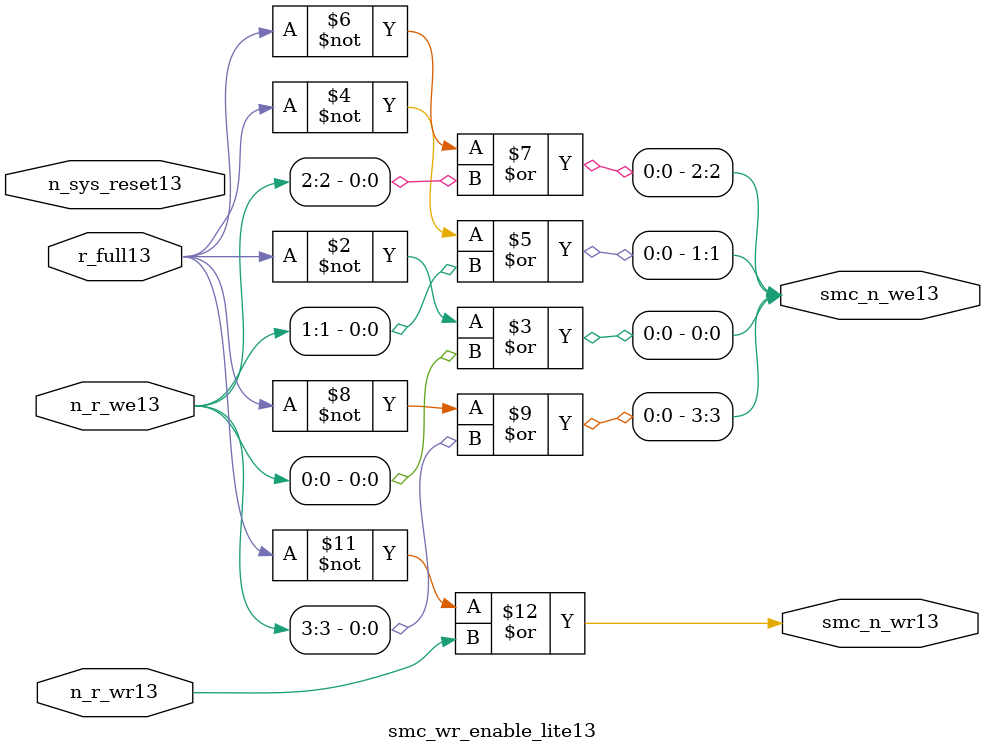
<source format=v>


  module smc_wr_enable_lite13 (

                      //inputs13                      

                      n_sys_reset13,
                      r_full13,
                      n_r_we13,
                      n_r_wr13,

                      //outputs13

                      smc_n_we13,
                      smc_n_wr13);

//I13/O13
   
   input             n_sys_reset13;   //system reset
   input             r_full13;    // Full cycle write strobe13
   input [3:0]       n_r_we13;    //write enable from smc_strobe13
   input             n_r_wr13;    //write strobe13 from smc_strobe13
   output [3:0]      smc_n_we13;  // write enable (active low13)
   output            smc_n_wr13;  // write strobe13 (active low13)
   
   
//output reg declaration13.
   
   reg [3:0]          smc_n_we13;
   reg                smc_n_wr13;

//----------------------------------------------------------------------
// negedge strobes13 with clock13.
//----------------------------------------------------------------------
      

//----------------------------------------------------------------------
      
//--------------------------------------------------------------------
// Gate13 Write strobes13 with clock13.
//--------------------------------------------------------------------

  always @(r_full13 or n_r_we13)
  
  begin
  
     smc_n_we13[0] = ((~r_full13  ) | n_r_we13[0] );

     smc_n_we13[1] = ((~r_full13  ) | n_r_we13[1] );

     smc_n_we13[2] = ((~r_full13  ) | n_r_we13[2] );

     smc_n_we13[3] = ((~r_full13  ) | n_r_we13[3] );

  
  end

//--------------------------------------------------------------------   
//write strobe13 generation13
//--------------------------------------------------------------------   

  always @(n_r_wr13 or r_full13 )
  
     begin
  
        smc_n_wr13 = ((~r_full13 ) | n_r_wr13 );
       
     end

endmodule // smc_wr_enable13


</source>
